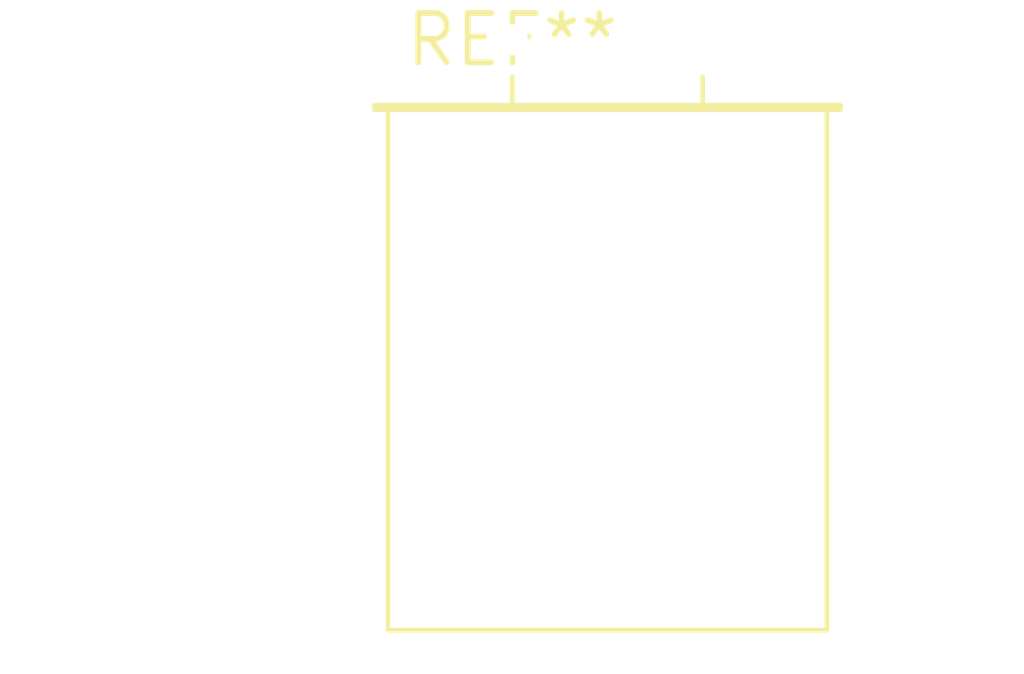
<source format=kicad_pcb>
(kicad_pcb (version 20240108) (generator pcbnew)
  (layers (0 "F.Cu" signal) (31 "B.Cu" signal) (34 "B.Paste" user) (35 "F.Paste" user) (36 "B.SilkS" user "B.Silkscreen") (37 "F.SilkS" user "F.Silkscreen") (38 "B.Mask" user) (39 "F.Mask" user) (44 "Edge.Cuts" user))
  (net 0 "")
  (footprint "Crystal_HC18-U_Horizontal" (layer "F.Cu") (at 0 0)
    (property "Reference" "REF**")
    (property "Value" "Crystal_HC18-U_Horizontal")
    (fp_line (start -3.55 1.68) (end 8.45 1.68) (layer "F.SilkS") (stroke (width 0.12)))
    (fp_line (start -3.55 1.8) (end -3.55 1.68) (layer "F.SilkS") (stroke (width 0.12)))
    (fp_line (start -3.2 1.8) (end -3.2 15.2) (layer "F.SilkS") (stroke (width 0.12)))
    (fp_line (start -3.2 15.2) (end 8.1 15.2) (layer "F.SilkS") (stroke (width 0.12)))
    (fp_line (start 0 0.95) (end 0 0.95) (layer "F.SilkS") (stroke (width 0.12)))
    (fp_line (start 0 1.8) (end 0 0.95) (layer "F.SilkS") (stroke (width 0.12)))
    (fp_line (start 4.9 0.95) (end 4.9 0.95) (layer "F.SilkS") (stroke (width 0.12)))
    (fp_line (start 4.9 1.8) (end 4.9 0.95) (layer "F.SilkS") (stroke (width 0.12)))
    (fp_line (start 8.1 1.8) (end -3.2 1.8) (layer "F.SilkS") (stroke (width 0.12)))
    (fp_line (start 8.1 15.2) (end 8.1 1.8) (layer "F.SilkS") (stroke (width 0.12)))
    (fp_line (start 8.45 1.68) (end 8.45 1.8) (layer "F.SilkS") (stroke (width 0.12)))
    (fp_line (start 8.45 1.8) (end -3.55 1.8) (layer "F.SilkS") (stroke (width 0.12)))
    (pad "1" thru_hole circle (at 0 0) (size 1.5 1.5) (drill 0.8) (layers *.Cu *.Mask) (remove_unused_layers))
    (pad "2" thru_hole circle (at 4.9 0) (size 1.5 1.5) (drill 0.8) (layers *.Cu *.Mask) (remove_unused_layers))
  )
)
</source>
